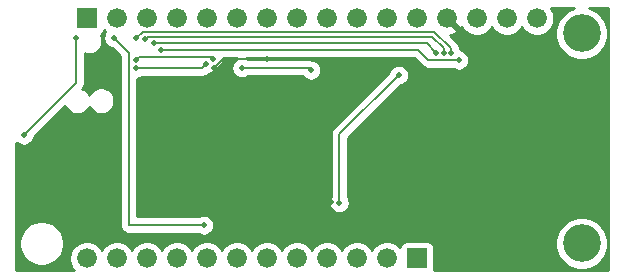
<source format=gbl>
G04 #@! TF.GenerationSoftware,KiCad,Pcbnew,(5.1.6)-1*
G04 #@! TF.CreationDate,2021-04-28T16:07:40-06:00*
G04 #@! TF.ProjectId,oasis_iot,6f617369-735f-4696-9f74-2e6b69636164,rev?*
G04 #@! TF.SameCoordinates,Original*
G04 #@! TF.FileFunction,Copper,L2,Bot*
G04 #@! TF.FilePolarity,Positive*
%FSLAX46Y46*%
G04 Gerber Fmt 4.6, Leading zero omitted, Abs format (unit mm)*
G04 Created by KiCad (PCBNEW (5.1.6)-1) date 2021-04-28 16:07:40*
%MOMM*%
%LPD*%
G01*
G04 APERTURE LIST*
G04 #@! TA.AperFunction,ComponentPad*
%ADD10C,1.676400*%
G04 #@! TD*
G04 #@! TA.AperFunction,ComponentPad*
%ADD11R,1.676400X1.676400*%
G04 #@! TD*
G04 #@! TA.AperFunction,ComponentPad*
%ADD12C,3.200000*%
G04 #@! TD*
G04 #@! TA.AperFunction,ViaPad*
%ADD13C,0.500000*%
G04 #@! TD*
G04 #@! TA.AperFunction,Conductor*
%ADD14C,0.200000*%
G04 #@! TD*
G04 #@! TA.AperFunction,Conductor*
%ADD15C,0.254000*%
G04 #@! TD*
G04 APERTURE END LIST*
D10*
X69490001Y-66315001D03*
X66950001Y-66315001D03*
X72030001Y-66315001D03*
X74570001Y-66315001D03*
X77110001Y-66315001D03*
X64410001Y-66315001D03*
X59330001Y-66315001D03*
X61870001Y-66315001D03*
X79650001Y-66315001D03*
X82190001Y-66315001D03*
X84730001Y-66315001D03*
X56790001Y-66315001D03*
X51710001Y-66315001D03*
X54250001Y-66315001D03*
D11*
X49170001Y-66315001D03*
D10*
X87270001Y-66315001D03*
D12*
X91080001Y-67585001D03*
X91080001Y-85365001D03*
D10*
X66950001Y-86635001D03*
X64410001Y-86635001D03*
X61870001Y-86635001D03*
X59330001Y-86635001D03*
X56790001Y-86635001D03*
X54250001Y-86635001D03*
X51710001Y-86635001D03*
X69490001Y-86635001D03*
X72030001Y-86635001D03*
X74570001Y-86635001D03*
D11*
X77110001Y-86635001D03*
D10*
X49170001Y-86635001D03*
D13*
X54078911Y-68042110D03*
X79375000Y-69215000D03*
X55440642Y-68960988D03*
X80645000Y-69850006D03*
X54893637Y-68410988D03*
X78740000Y-69215000D03*
X60325024Y-83185000D03*
X62793591Y-83113591D03*
X64839220Y-84472088D03*
X69850000Y-81834979D03*
X69215000Y-78740000D03*
X59936054Y-70485000D03*
X75565000Y-69850000D03*
X64439210Y-69762566D03*
X53340000Y-68003202D03*
X80010000Y-69215000D03*
X70544509Y-81922499D03*
X75565000Y-71120000D03*
X43815000Y-76200000D03*
X48260000Y-67945000D03*
X62276863Y-70485000D03*
X68152817Y-70692817D03*
X53340017Y-70550011D03*
X59289996Y-70191581D03*
X53340000Y-69850000D03*
X59822325Y-69737002D03*
X59055000Y-83820000D03*
X51435000Y-67945000D03*
D14*
X54260033Y-67860988D02*
X57234012Y-67860988D01*
X56180545Y-67860988D02*
X57234012Y-67860988D01*
X54078911Y-68042110D02*
X54260033Y-67860988D01*
X78374541Y-67860988D02*
X77554012Y-67860988D01*
X79375000Y-69215000D02*
X79375000Y-68861447D01*
X79375000Y-68861447D02*
X78374541Y-67860988D01*
X77554012Y-67860988D02*
X78160981Y-67860988D01*
X59605988Y-67860988D02*
X62314012Y-67860988D01*
X62314012Y-67860988D02*
X77554012Y-67860988D01*
X59605988Y-67860988D02*
X59718424Y-67860988D01*
X61767982Y-67860988D02*
X62314012Y-67860988D01*
X57234012Y-67860988D02*
X59605988Y-67860988D01*
X55543063Y-68858567D02*
X55440642Y-68960988D01*
X55440642Y-68960988D02*
X59687024Y-68960988D01*
X59687024Y-68960988D02*
X61975988Y-68960988D01*
X61799382Y-68960988D02*
X61975988Y-68960988D01*
X65150988Y-68960988D02*
X66420988Y-68960988D01*
X61975988Y-68960988D02*
X65150988Y-68960988D01*
X65320002Y-68960988D02*
X66420988Y-68960988D01*
X72880690Y-68960988D02*
X73279012Y-68960988D01*
X78095018Y-69850006D02*
X80645000Y-69850006D01*
X77205980Y-68960988D02*
X77470000Y-69225008D01*
X77470000Y-69225008D02*
X77470000Y-69246969D01*
X77491981Y-69246969D02*
X78095018Y-69850006D01*
X73279012Y-68960988D02*
X77205980Y-68960988D01*
X77470000Y-69246969D02*
X77491981Y-69246969D01*
X66420988Y-68960988D02*
X71374012Y-68960988D01*
X71374012Y-68960988D02*
X73279012Y-68960988D01*
X76369012Y-68410988D02*
X77648488Y-68410988D01*
X76369012Y-68410988D02*
X77591721Y-68410988D01*
X78740000Y-69215000D02*
X77935988Y-68410988D01*
X77935988Y-68410988D02*
X75734012Y-68410988D01*
X75734012Y-68410988D02*
X76369012Y-68410988D01*
X59520988Y-68410988D02*
X62399012Y-68410988D01*
X61783682Y-68410988D02*
X62399012Y-68410988D01*
X59520988Y-68410988D02*
X59702724Y-68410988D01*
X54893637Y-68410988D02*
X59520988Y-68410988D01*
X62399012Y-68410988D02*
X66209012Y-68410988D01*
X65345692Y-68410988D02*
X66209012Y-68410988D01*
X66209012Y-68410988D02*
X75734012Y-68410988D01*
X60325024Y-83185000D02*
X62722182Y-83185000D01*
X62722182Y-83185000D02*
X62793591Y-83113591D01*
X63480723Y-83113591D02*
X64839220Y-84472088D01*
X62793591Y-83113591D02*
X63480723Y-83113591D01*
X69850000Y-81834979D02*
X69215000Y-81199979D01*
X69215000Y-81199979D02*
X69215000Y-78740000D01*
X64526644Y-69850000D02*
X64439210Y-69762566D01*
X60658488Y-69762566D02*
X64439210Y-69762566D01*
X59936054Y-70485000D02*
X60658488Y-69762566D01*
D15*
X64439210Y-69762566D02*
X75477566Y-69762566D01*
X75477566Y-69762566D02*
X75565000Y-69850000D01*
D14*
X80010000Y-68861447D02*
X80010000Y-69215000D01*
X78601755Y-67453202D02*
X80010000Y-68861447D01*
X62416338Y-67453202D02*
X63643202Y-67453202D01*
X53890000Y-67453202D02*
X62416338Y-67453202D01*
X53340000Y-68003202D02*
X53890000Y-67453202D01*
X63151404Y-67453202D02*
X63643202Y-67453202D01*
X63643202Y-67453202D02*
X78601755Y-67453202D01*
X70544509Y-81922499D02*
X70544509Y-76140491D01*
X70544509Y-76140491D02*
X75565000Y-71120000D01*
X43815000Y-76200000D02*
X48260000Y-71755000D01*
X48260000Y-71755000D02*
X48260000Y-67945000D01*
X67945000Y-70485000D02*
X68152817Y-70692817D01*
X62276863Y-70485000D02*
X67945000Y-70485000D01*
X53340017Y-70550011D02*
X58931566Y-70550011D01*
X58931566Y-70550011D02*
X59289996Y-70191581D01*
X53340000Y-69850000D02*
X53589999Y-69600001D01*
X53589999Y-69600001D02*
X59685324Y-69600001D01*
X59685324Y-69600001D02*
X59822325Y-69737002D01*
X59055000Y-83820000D02*
X52705000Y-83820000D01*
X52705000Y-83820000D02*
X52705000Y-69215000D01*
X52705000Y-69215000D02*
X51435000Y-67945000D01*
D15*
G36*
X90428076Y-65435891D02*
G01*
X90021332Y-65604370D01*
X89655272Y-65848963D01*
X89343963Y-66160272D01*
X89099370Y-66526332D01*
X88930891Y-66933076D01*
X88845001Y-67364873D01*
X88845001Y-67805129D01*
X88930891Y-68236926D01*
X89099370Y-68643670D01*
X89343963Y-69009730D01*
X89655272Y-69321039D01*
X90021332Y-69565632D01*
X90428076Y-69734111D01*
X90859873Y-69820001D01*
X91300129Y-69820001D01*
X91731926Y-69734111D01*
X92138670Y-69565632D01*
X92504730Y-69321039D01*
X92816039Y-69009730D01*
X93060632Y-68643670D01*
X93229111Y-68236926D01*
X93315001Y-67805129D01*
X93315001Y-67364873D01*
X93229111Y-66933076D01*
X93060632Y-66526332D01*
X92816039Y-66160272D01*
X92504730Y-65848963D01*
X92138670Y-65604370D01*
X91731926Y-65435891D01*
X91702310Y-65430000D01*
X93320001Y-65430000D01*
X93320000Y-87605000D01*
X78571793Y-87605000D01*
X78574013Y-87597683D01*
X78586273Y-87473201D01*
X78586273Y-85796801D01*
X78574013Y-85672319D01*
X78537703Y-85552621D01*
X78478738Y-85442307D01*
X78399386Y-85345616D01*
X78302695Y-85266264D01*
X78192381Y-85207299D01*
X78072683Y-85170989D01*
X77948201Y-85158729D01*
X76271801Y-85158729D01*
X76147319Y-85170989D01*
X76027621Y-85207299D01*
X75917307Y-85266264D01*
X75820616Y-85345616D01*
X75741264Y-85442307D01*
X75682299Y-85552621D01*
X75656404Y-85637985D01*
X75509111Y-85490692D01*
X75267823Y-85329468D01*
X74999718Y-85218415D01*
X74715099Y-85161801D01*
X74424903Y-85161801D01*
X74140284Y-85218415D01*
X73872179Y-85329468D01*
X73630891Y-85490692D01*
X73425692Y-85695891D01*
X73300001Y-85884000D01*
X73174310Y-85695891D01*
X72969111Y-85490692D01*
X72727823Y-85329468D01*
X72459718Y-85218415D01*
X72175099Y-85161801D01*
X71884903Y-85161801D01*
X71600284Y-85218415D01*
X71332179Y-85329468D01*
X71090891Y-85490692D01*
X70885692Y-85695891D01*
X70760001Y-85884000D01*
X70634310Y-85695891D01*
X70429111Y-85490692D01*
X70187823Y-85329468D01*
X69919718Y-85218415D01*
X69635099Y-85161801D01*
X69344903Y-85161801D01*
X69060284Y-85218415D01*
X68792179Y-85329468D01*
X68550891Y-85490692D01*
X68345692Y-85695891D01*
X68220001Y-85884000D01*
X68094310Y-85695891D01*
X67889111Y-85490692D01*
X67647823Y-85329468D01*
X67379718Y-85218415D01*
X67095099Y-85161801D01*
X66804903Y-85161801D01*
X66520284Y-85218415D01*
X66252179Y-85329468D01*
X66010891Y-85490692D01*
X65805692Y-85695891D01*
X65680001Y-85884000D01*
X65554310Y-85695891D01*
X65349111Y-85490692D01*
X65107823Y-85329468D01*
X64839718Y-85218415D01*
X64555099Y-85161801D01*
X64264903Y-85161801D01*
X63980284Y-85218415D01*
X63712179Y-85329468D01*
X63470891Y-85490692D01*
X63265692Y-85695891D01*
X63140001Y-85884000D01*
X63014310Y-85695891D01*
X62809111Y-85490692D01*
X62567823Y-85329468D01*
X62299718Y-85218415D01*
X62015099Y-85161801D01*
X61724903Y-85161801D01*
X61440284Y-85218415D01*
X61172179Y-85329468D01*
X60930891Y-85490692D01*
X60725692Y-85695891D01*
X60600001Y-85884000D01*
X60474310Y-85695891D01*
X60269111Y-85490692D01*
X60027823Y-85329468D01*
X59759718Y-85218415D01*
X59475099Y-85161801D01*
X59184903Y-85161801D01*
X58900284Y-85218415D01*
X58632179Y-85329468D01*
X58390891Y-85490692D01*
X58185692Y-85695891D01*
X58060001Y-85884000D01*
X57934310Y-85695891D01*
X57729111Y-85490692D01*
X57487823Y-85329468D01*
X57219718Y-85218415D01*
X56935099Y-85161801D01*
X56644903Y-85161801D01*
X56360284Y-85218415D01*
X56092179Y-85329468D01*
X55850891Y-85490692D01*
X55645692Y-85695891D01*
X55520001Y-85884000D01*
X55394310Y-85695891D01*
X55189111Y-85490692D01*
X54947823Y-85329468D01*
X54679718Y-85218415D01*
X54395099Y-85161801D01*
X54104903Y-85161801D01*
X53820284Y-85218415D01*
X53552179Y-85329468D01*
X53310891Y-85490692D01*
X53105692Y-85695891D01*
X52980001Y-85884000D01*
X52854310Y-85695891D01*
X52649111Y-85490692D01*
X52407823Y-85329468D01*
X52139718Y-85218415D01*
X51855099Y-85161801D01*
X51564903Y-85161801D01*
X51280284Y-85218415D01*
X51012179Y-85329468D01*
X50770891Y-85490692D01*
X50565692Y-85695891D01*
X50440001Y-85884000D01*
X50314310Y-85695891D01*
X50109111Y-85490692D01*
X49867823Y-85329468D01*
X49599718Y-85218415D01*
X49315099Y-85161801D01*
X49024903Y-85161801D01*
X48740284Y-85218415D01*
X48472179Y-85329468D01*
X48230891Y-85490692D01*
X48025692Y-85695891D01*
X47864468Y-85937179D01*
X47753415Y-86205284D01*
X47696801Y-86489903D01*
X47696801Y-86780099D01*
X47753415Y-87064718D01*
X47864468Y-87332823D01*
X48025692Y-87574111D01*
X48056581Y-87605000D01*
X43205000Y-87605000D01*
X43205000Y-85177375D01*
X43455001Y-85177375D01*
X43455001Y-85552627D01*
X43528210Y-85920669D01*
X43671812Y-86267357D01*
X43880291Y-86579367D01*
X44145635Y-86844711D01*
X44457645Y-87053190D01*
X44804333Y-87196792D01*
X45172375Y-87270001D01*
X45547627Y-87270001D01*
X45915669Y-87196792D01*
X46262357Y-87053190D01*
X46574367Y-86844711D01*
X46839711Y-86579367D01*
X47048190Y-86267357D01*
X47191792Y-85920669D01*
X47265001Y-85552627D01*
X47265001Y-85177375D01*
X47258536Y-85144873D01*
X88845001Y-85144873D01*
X88845001Y-85585129D01*
X88930891Y-86016926D01*
X89099370Y-86423670D01*
X89343963Y-86789730D01*
X89655272Y-87101039D01*
X90021332Y-87345632D01*
X90428076Y-87514111D01*
X90859873Y-87600001D01*
X91300129Y-87600001D01*
X91731926Y-87514111D01*
X92138670Y-87345632D01*
X92504730Y-87101039D01*
X92816039Y-86789730D01*
X93060632Y-86423670D01*
X93229111Y-86016926D01*
X93315001Y-85585129D01*
X93315001Y-85144873D01*
X93229111Y-84713076D01*
X93060632Y-84306332D01*
X92816039Y-83940272D01*
X92504730Y-83628963D01*
X92138670Y-83384370D01*
X91731926Y-83215891D01*
X91300129Y-83130001D01*
X90859873Y-83130001D01*
X90428076Y-83215891D01*
X90021332Y-83384370D01*
X89655272Y-83628963D01*
X89343963Y-83940272D01*
X89099370Y-84306332D01*
X88930891Y-84713076D01*
X88845001Y-85144873D01*
X47258536Y-85144873D01*
X47191792Y-84809333D01*
X47048190Y-84462645D01*
X46839711Y-84150635D01*
X46574367Y-83885291D01*
X46262357Y-83676812D01*
X45915669Y-83533210D01*
X45547627Y-83460001D01*
X45172375Y-83460001D01*
X44804333Y-83533210D01*
X44457645Y-83676812D01*
X44145635Y-83885291D01*
X43880291Y-84150635D01*
X43671812Y-84462645D01*
X43528210Y-84809333D01*
X43455001Y-85177375D01*
X43205000Y-85177375D01*
X43205000Y-76841579D01*
X43250845Y-76887424D01*
X43395795Y-76984277D01*
X43556855Y-77050990D01*
X43727835Y-77085000D01*
X43902165Y-77085000D01*
X44073145Y-77050990D01*
X44234205Y-76984277D01*
X44379155Y-76887424D01*
X44502424Y-76764155D01*
X44599277Y-76619205D01*
X44665990Y-76458145D01*
X44683294Y-76371152D01*
X47311972Y-73742474D01*
X47347064Y-73827193D01*
X47470783Y-74012352D01*
X47628248Y-74169817D01*
X47813407Y-74293536D01*
X48019145Y-74378756D01*
X48237555Y-74422200D01*
X48460245Y-74422200D01*
X48678655Y-74378756D01*
X48884393Y-74293536D01*
X49069552Y-74169817D01*
X49227017Y-74012352D01*
X49350736Y-73827193D01*
X49364900Y-73792998D01*
X49379064Y-73827193D01*
X49502783Y-74012352D01*
X49660248Y-74169817D01*
X49845407Y-74293536D01*
X50051145Y-74378756D01*
X50269555Y-74422200D01*
X50492245Y-74422200D01*
X50710655Y-74378756D01*
X50916393Y-74293536D01*
X51101552Y-74169817D01*
X51259017Y-74012352D01*
X51382736Y-73827193D01*
X51467956Y-73621455D01*
X51511400Y-73403045D01*
X51511400Y-73180355D01*
X51467956Y-72961945D01*
X51382736Y-72756207D01*
X51259017Y-72571048D01*
X51101552Y-72413583D01*
X50916393Y-72289864D01*
X50710655Y-72204644D01*
X50492245Y-72161200D01*
X50269555Y-72161200D01*
X50051145Y-72204644D01*
X49845407Y-72289864D01*
X49660248Y-72413583D01*
X49502783Y-72571048D01*
X49379064Y-72756207D01*
X49364900Y-72790402D01*
X49350736Y-72756207D01*
X49227017Y-72571048D01*
X49069552Y-72413583D01*
X48884393Y-72289864D01*
X48800421Y-72255081D01*
X48805250Y-72249197D01*
X48805253Y-72249194D01*
X48874086Y-72165321D01*
X48874087Y-72165320D01*
X48942337Y-72037633D01*
X48984365Y-71899085D01*
X48995000Y-71791105D01*
X48995000Y-71791096D01*
X48998555Y-71755001D01*
X48995000Y-71718906D01*
X48995000Y-69282127D01*
X49035145Y-69298756D01*
X49253555Y-69342200D01*
X49476245Y-69342200D01*
X49694655Y-69298756D01*
X49900393Y-69213536D01*
X50085552Y-69089817D01*
X50243017Y-68932352D01*
X50366736Y-68747193D01*
X50451956Y-68541455D01*
X50495400Y-68323045D01*
X50495400Y-68100355D01*
X50451956Y-67881945D01*
X50368039Y-67679352D01*
X50459386Y-67604386D01*
X50538738Y-67507695D01*
X50597703Y-67397381D01*
X50623598Y-67312017D01*
X50725486Y-67413905D01*
X50650723Y-67525795D01*
X50584010Y-67686855D01*
X50550000Y-67857835D01*
X50550000Y-68032165D01*
X50584010Y-68203145D01*
X50650723Y-68364205D01*
X50747576Y-68509155D01*
X50870845Y-68632424D01*
X51015795Y-68729277D01*
X51176855Y-68795990D01*
X51263848Y-68813294D01*
X51970001Y-69519448D01*
X51970000Y-83783895D01*
X51966444Y-83820000D01*
X51980635Y-83964085D01*
X52022663Y-84102633D01*
X52090913Y-84230320D01*
X52182762Y-84342238D01*
X52294680Y-84434087D01*
X52422367Y-84502337D01*
X52560915Y-84544365D01*
X52705000Y-84558556D01*
X52741105Y-84555000D01*
X58562047Y-84555000D01*
X58635795Y-84604277D01*
X58796855Y-84670990D01*
X58967835Y-84705000D01*
X59142165Y-84705000D01*
X59313145Y-84670990D01*
X59474205Y-84604277D01*
X59619155Y-84507424D01*
X59742424Y-84384155D01*
X59839277Y-84239205D01*
X59905990Y-84078145D01*
X59940000Y-83907165D01*
X59940000Y-83732835D01*
X59905990Y-83561855D01*
X59839277Y-83400795D01*
X59742424Y-83255845D01*
X59619155Y-83132576D01*
X59474205Y-83035723D01*
X59313145Y-82969010D01*
X59142165Y-82935000D01*
X58967835Y-82935000D01*
X58796855Y-82969010D01*
X58635795Y-83035723D01*
X58562047Y-83085000D01*
X53440000Y-83085000D01*
X53440000Y-81835334D01*
X69659509Y-81835334D01*
X69659509Y-82009664D01*
X69693519Y-82180644D01*
X69760232Y-82341704D01*
X69857085Y-82486654D01*
X69980354Y-82609923D01*
X70125304Y-82706776D01*
X70286364Y-82773489D01*
X70457344Y-82807499D01*
X70631674Y-82807499D01*
X70802654Y-82773489D01*
X70963714Y-82706776D01*
X71108664Y-82609923D01*
X71231933Y-82486654D01*
X71328786Y-82341704D01*
X71395499Y-82180644D01*
X71429509Y-82009664D01*
X71429509Y-81835334D01*
X71395499Y-81664354D01*
X71328786Y-81503294D01*
X71279509Y-81429546D01*
X71279509Y-76444937D01*
X75736153Y-71988294D01*
X75823145Y-71970990D01*
X75984205Y-71904277D01*
X76129155Y-71807424D01*
X76252424Y-71684155D01*
X76349277Y-71539205D01*
X76415990Y-71378145D01*
X76450000Y-71207165D01*
X76450000Y-71032835D01*
X76415990Y-70861855D01*
X76349277Y-70700795D01*
X76252424Y-70555845D01*
X76129155Y-70432576D01*
X75984205Y-70335723D01*
X75823145Y-70269010D01*
X75652165Y-70235000D01*
X75477835Y-70235000D01*
X75306855Y-70269010D01*
X75145795Y-70335723D01*
X75000845Y-70432576D01*
X74877576Y-70555845D01*
X74780723Y-70700795D01*
X74714010Y-70861855D01*
X74696706Y-70948847D01*
X70050317Y-75595237D01*
X70022272Y-75618253D01*
X69930423Y-75730171D01*
X69862173Y-75857858D01*
X69820144Y-75996406D01*
X69805953Y-76140491D01*
X69809510Y-76176606D01*
X69809509Y-81429546D01*
X69760232Y-81503294D01*
X69693519Y-81664354D01*
X69659509Y-81835334D01*
X53440000Y-81835334D01*
X53440000Y-71432461D01*
X53598162Y-71401001D01*
X53759222Y-71334288D01*
X53832970Y-71285011D01*
X58895461Y-71285011D01*
X58931566Y-71288567D01*
X58967671Y-71285011D01*
X59075651Y-71274376D01*
X59214199Y-71232348D01*
X59341886Y-71164098D01*
X59453804Y-71072249D01*
X59464508Y-71059207D01*
X59548141Y-71042571D01*
X59709201Y-70975858D01*
X59854151Y-70879005D01*
X59977420Y-70755736D01*
X60074273Y-70610786D01*
X60084387Y-70586370D01*
X60241530Y-70521279D01*
X60386480Y-70424426D01*
X60509749Y-70301157D01*
X60606602Y-70156207D01*
X60673315Y-69995147D01*
X60707325Y-69824167D01*
X60707325Y-69695988D01*
X61869089Y-69695988D01*
X61857658Y-69700723D01*
X61712708Y-69797576D01*
X61589439Y-69920845D01*
X61492586Y-70065795D01*
X61425873Y-70226855D01*
X61391863Y-70397835D01*
X61391863Y-70572165D01*
X61425873Y-70743145D01*
X61492586Y-70904205D01*
X61589439Y-71049155D01*
X61712708Y-71172424D01*
X61857658Y-71269277D01*
X62018718Y-71335990D01*
X62189698Y-71370000D01*
X62364028Y-71370000D01*
X62535008Y-71335990D01*
X62696068Y-71269277D01*
X62769816Y-71220000D01*
X67440689Y-71220000D01*
X67465393Y-71256972D01*
X67588662Y-71380241D01*
X67733612Y-71477094D01*
X67894672Y-71543807D01*
X68065652Y-71577817D01*
X68239982Y-71577817D01*
X68410962Y-71543807D01*
X68572022Y-71477094D01*
X68716972Y-71380241D01*
X68840241Y-71256972D01*
X68937094Y-71112022D01*
X69003807Y-70950962D01*
X69037817Y-70779982D01*
X69037817Y-70605652D01*
X69003807Y-70434672D01*
X68937094Y-70273612D01*
X68840241Y-70128662D01*
X68716972Y-70005393D01*
X68572022Y-69908540D01*
X68410962Y-69841827D01*
X68239982Y-69807817D01*
X68237275Y-69807817D01*
X68227633Y-69802663D01*
X68089085Y-69760635D01*
X67981105Y-69750000D01*
X67945000Y-69746444D01*
X67908895Y-69750000D01*
X62769816Y-69750000D01*
X62696068Y-69700723D01*
X62684637Y-69695988D01*
X76887673Y-69695988D01*
X76947762Y-69769207D01*
X77059680Y-69861056D01*
X77074593Y-69869027D01*
X77549764Y-70344199D01*
X77572780Y-70372244D01*
X77684698Y-70464093D01*
X77812385Y-70532343D01*
X77889861Y-70555845D01*
X77950932Y-70574371D01*
X77965150Y-70575771D01*
X78058913Y-70585006D01*
X78058920Y-70585006D01*
X78095017Y-70588561D01*
X78131114Y-70585006D01*
X80152047Y-70585006D01*
X80225795Y-70634283D01*
X80386855Y-70700996D01*
X80557835Y-70735006D01*
X80732165Y-70735006D01*
X80903145Y-70700996D01*
X81064205Y-70634283D01*
X81209155Y-70537430D01*
X81332424Y-70414161D01*
X81429277Y-70269211D01*
X81495990Y-70108151D01*
X81530000Y-69937171D01*
X81530000Y-69762841D01*
X81495990Y-69591861D01*
X81429277Y-69430801D01*
X81332424Y-69285851D01*
X81209155Y-69162582D01*
X81064205Y-69065729D01*
X80903145Y-68999016D01*
X80867985Y-68992022D01*
X80860990Y-68956855D01*
X80794277Y-68795795D01*
X80728125Y-68696793D01*
X80692337Y-68578814D01*
X80624087Y-68451127D01*
X80591145Y-68410988D01*
X80555253Y-68367253D01*
X80555250Y-68367250D01*
X80532237Y-68339209D01*
X80504197Y-68316197D01*
X79948285Y-67760285D01*
X80006158Y-67751846D01*
X80279629Y-67654755D01*
X80414163Y-67582845D01*
X80490371Y-67334976D01*
X79650001Y-66494606D01*
X79635859Y-66508749D01*
X79456254Y-66329144D01*
X79470396Y-66315001D01*
X79456254Y-66300859D01*
X79635859Y-66121254D01*
X79650001Y-66135396D01*
X79664144Y-66121254D01*
X79843749Y-66300859D01*
X79829606Y-66315001D01*
X80669976Y-67155371D01*
X80917845Y-67079163D01*
X80922400Y-67069593D01*
X81045692Y-67254111D01*
X81250891Y-67459310D01*
X81492179Y-67620534D01*
X81760284Y-67731587D01*
X82044903Y-67788201D01*
X82335099Y-67788201D01*
X82619718Y-67731587D01*
X82887823Y-67620534D01*
X83129111Y-67459310D01*
X83334310Y-67254111D01*
X83460001Y-67066002D01*
X83585692Y-67254111D01*
X83790891Y-67459310D01*
X84032179Y-67620534D01*
X84300284Y-67731587D01*
X84584903Y-67788201D01*
X84875099Y-67788201D01*
X85159718Y-67731587D01*
X85427823Y-67620534D01*
X85669111Y-67459310D01*
X85874310Y-67254111D01*
X86000001Y-67066002D01*
X86125692Y-67254111D01*
X86330891Y-67459310D01*
X86572179Y-67620534D01*
X86840284Y-67731587D01*
X87124903Y-67788201D01*
X87415099Y-67788201D01*
X87699718Y-67731587D01*
X87967823Y-67620534D01*
X88209111Y-67459310D01*
X88414310Y-67254111D01*
X88575534Y-67012823D01*
X88686587Y-66744718D01*
X88743201Y-66460099D01*
X88743201Y-66169903D01*
X88686587Y-65885284D01*
X88575534Y-65617179D01*
X88450465Y-65430000D01*
X90457692Y-65430000D01*
X90428076Y-65435891D01*
G37*
X90428076Y-65435891D02*
X90021332Y-65604370D01*
X89655272Y-65848963D01*
X89343963Y-66160272D01*
X89099370Y-66526332D01*
X88930891Y-66933076D01*
X88845001Y-67364873D01*
X88845001Y-67805129D01*
X88930891Y-68236926D01*
X89099370Y-68643670D01*
X89343963Y-69009730D01*
X89655272Y-69321039D01*
X90021332Y-69565632D01*
X90428076Y-69734111D01*
X90859873Y-69820001D01*
X91300129Y-69820001D01*
X91731926Y-69734111D01*
X92138670Y-69565632D01*
X92504730Y-69321039D01*
X92816039Y-69009730D01*
X93060632Y-68643670D01*
X93229111Y-68236926D01*
X93315001Y-67805129D01*
X93315001Y-67364873D01*
X93229111Y-66933076D01*
X93060632Y-66526332D01*
X92816039Y-66160272D01*
X92504730Y-65848963D01*
X92138670Y-65604370D01*
X91731926Y-65435891D01*
X91702310Y-65430000D01*
X93320001Y-65430000D01*
X93320000Y-87605000D01*
X78571793Y-87605000D01*
X78574013Y-87597683D01*
X78586273Y-87473201D01*
X78586273Y-85796801D01*
X78574013Y-85672319D01*
X78537703Y-85552621D01*
X78478738Y-85442307D01*
X78399386Y-85345616D01*
X78302695Y-85266264D01*
X78192381Y-85207299D01*
X78072683Y-85170989D01*
X77948201Y-85158729D01*
X76271801Y-85158729D01*
X76147319Y-85170989D01*
X76027621Y-85207299D01*
X75917307Y-85266264D01*
X75820616Y-85345616D01*
X75741264Y-85442307D01*
X75682299Y-85552621D01*
X75656404Y-85637985D01*
X75509111Y-85490692D01*
X75267823Y-85329468D01*
X74999718Y-85218415D01*
X74715099Y-85161801D01*
X74424903Y-85161801D01*
X74140284Y-85218415D01*
X73872179Y-85329468D01*
X73630891Y-85490692D01*
X73425692Y-85695891D01*
X73300001Y-85884000D01*
X73174310Y-85695891D01*
X72969111Y-85490692D01*
X72727823Y-85329468D01*
X72459718Y-85218415D01*
X72175099Y-85161801D01*
X71884903Y-85161801D01*
X71600284Y-85218415D01*
X71332179Y-85329468D01*
X71090891Y-85490692D01*
X70885692Y-85695891D01*
X70760001Y-85884000D01*
X70634310Y-85695891D01*
X70429111Y-85490692D01*
X70187823Y-85329468D01*
X69919718Y-85218415D01*
X69635099Y-85161801D01*
X69344903Y-85161801D01*
X69060284Y-85218415D01*
X68792179Y-85329468D01*
X68550891Y-85490692D01*
X68345692Y-85695891D01*
X68220001Y-85884000D01*
X68094310Y-85695891D01*
X67889111Y-85490692D01*
X67647823Y-85329468D01*
X67379718Y-85218415D01*
X67095099Y-85161801D01*
X66804903Y-85161801D01*
X66520284Y-85218415D01*
X66252179Y-85329468D01*
X66010891Y-85490692D01*
X65805692Y-85695891D01*
X65680001Y-85884000D01*
X65554310Y-85695891D01*
X65349111Y-85490692D01*
X65107823Y-85329468D01*
X64839718Y-85218415D01*
X64555099Y-85161801D01*
X64264903Y-85161801D01*
X63980284Y-85218415D01*
X63712179Y-85329468D01*
X63470891Y-85490692D01*
X63265692Y-85695891D01*
X63140001Y-85884000D01*
X63014310Y-85695891D01*
X62809111Y-85490692D01*
X62567823Y-85329468D01*
X62299718Y-85218415D01*
X62015099Y-85161801D01*
X61724903Y-85161801D01*
X61440284Y-85218415D01*
X61172179Y-85329468D01*
X60930891Y-85490692D01*
X60725692Y-85695891D01*
X60600001Y-85884000D01*
X60474310Y-85695891D01*
X60269111Y-85490692D01*
X60027823Y-85329468D01*
X59759718Y-85218415D01*
X59475099Y-85161801D01*
X59184903Y-85161801D01*
X58900284Y-85218415D01*
X58632179Y-85329468D01*
X58390891Y-85490692D01*
X58185692Y-85695891D01*
X58060001Y-85884000D01*
X57934310Y-85695891D01*
X57729111Y-85490692D01*
X57487823Y-85329468D01*
X57219718Y-85218415D01*
X56935099Y-85161801D01*
X56644903Y-85161801D01*
X56360284Y-85218415D01*
X56092179Y-85329468D01*
X55850891Y-85490692D01*
X55645692Y-85695891D01*
X55520001Y-85884000D01*
X55394310Y-85695891D01*
X55189111Y-85490692D01*
X54947823Y-85329468D01*
X54679718Y-85218415D01*
X54395099Y-85161801D01*
X54104903Y-85161801D01*
X53820284Y-85218415D01*
X53552179Y-85329468D01*
X53310891Y-85490692D01*
X53105692Y-85695891D01*
X52980001Y-85884000D01*
X52854310Y-85695891D01*
X52649111Y-85490692D01*
X52407823Y-85329468D01*
X52139718Y-85218415D01*
X51855099Y-85161801D01*
X51564903Y-85161801D01*
X51280284Y-85218415D01*
X51012179Y-85329468D01*
X50770891Y-85490692D01*
X50565692Y-85695891D01*
X50440001Y-85884000D01*
X50314310Y-85695891D01*
X50109111Y-85490692D01*
X49867823Y-85329468D01*
X49599718Y-85218415D01*
X49315099Y-85161801D01*
X49024903Y-85161801D01*
X48740284Y-85218415D01*
X48472179Y-85329468D01*
X48230891Y-85490692D01*
X48025692Y-85695891D01*
X47864468Y-85937179D01*
X47753415Y-86205284D01*
X47696801Y-86489903D01*
X47696801Y-86780099D01*
X47753415Y-87064718D01*
X47864468Y-87332823D01*
X48025692Y-87574111D01*
X48056581Y-87605000D01*
X43205000Y-87605000D01*
X43205000Y-85177375D01*
X43455001Y-85177375D01*
X43455001Y-85552627D01*
X43528210Y-85920669D01*
X43671812Y-86267357D01*
X43880291Y-86579367D01*
X44145635Y-86844711D01*
X44457645Y-87053190D01*
X44804333Y-87196792D01*
X45172375Y-87270001D01*
X45547627Y-87270001D01*
X45915669Y-87196792D01*
X46262357Y-87053190D01*
X46574367Y-86844711D01*
X46839711Y-86579367D01*
X47048190Y-86267357D01*
X47191792Y-85920669D01*
X47265001Y-85552627D01*
X47265001Y-85177375D01*
X47258536Y-85144873D01*
X88845001Y-85144873D01*
X88845001Y-85585129D01*
X88930891Y-86016926D01*
X89099370Y-86423670D01*
X89343963Y-86789730D01*
X89655272Y-87101039D01*
X90021332Y-87345632D01*
X90428076Y-87514111D01*
X90859873Y-87600001D01*
X91300129Y-87600001D01*
X91731926Y-87514111D01*
X92138670Y-87345632D01*
X92504730Y-87101039D01*
X92816039Y-86789730D01*
X93060632Y-86423670D01*
X93229111Y-86016926D01*
X93315001Y-85585129D01*
X93315001Y-85144873D01*
X93229111Y-84713076D01*
X93060632Y-84306332D01*
X92816039Y-83940272D01*
X92504730Y-83628963D01*
X92138670Y-83384370D01*
X91731926Y-83215891D01*
X91300129Y-83130001D01*
X90859873Y-83130001D01*
X90428076Y-83215891D01*
X90021332Y-83384370D01*
X89655272Y-83628963D01*
X89343963Y-83940272D01*
X89099370Y-84306332D01*
X88930891Y-84713076D01*
X88845001Y-85144873D01*
X47258536Y-85144873D01*
X47191792Y-84809333D01*
X47048190Y-84462645D01*
X46839711Y-84150635D01*
X46574367Y-83885291D01*
X46262357Y-83676812D01*
X45915669Y-83533210D01*
X45547627Y-83460001D01*
X45172375Y-83460001D01*
X44804333Y-83533210D01*
X44457645Y-83676812D01*
X44145635Y-83885291D01*
X43880291Y-84150635D01*
X43671812Y-84462645D01*
X43528210Y-84809333D01*
X43455001Y-85177375D01*
X43205000Y-85177375D01*
X43205000Y-76841579D01*
X43250845Y-76887424D01*
X43395795Y-76984277D01*
X43556855Y-77050990D01*
X43727835Y-77085000D01*
X43902165Y-77085000D01*
X44073145Y-77050990D01*
X44234205Y-76984277D01*
X44379155Y-76887424D01*
X44502424Y-76764155D01*
X44599277Y-76619205D01*
X44665990Y-76458145D01*
X44683294Y-76371152D01*
X47311972Y-73742474D01*
X47347064Y-73827193D01*
X47470783Y-74012352D01*
X47628248Y-74169817D01*
X47813407Y-74293536D01*
X48019145Y-74378756D01*
X48237555Y-74422200D01*
X48460245Y-74422200D01*
X48678655Y-74378756D01*
X48884393Y-74293536D01*
X49069552Y-74169817D01*
X49227017Y-74012352D01*
X49350736Y-73827193D01*
X49364900Y-73792998D01*
X49379064Y-73827193D01*
X49502783Y-74012352D01*
X49660248Y-74169817D01*
X49845407Y-74293536D01*
X50051145Y-74378756D01*
X50269555Y-74422200D01*
X50492245Y-74422200D01*
X50710655Y-74378756D01*
X50916393Y-74293536D01*
X51101552Y-74169817D01*
X51259017Y-74012352D01*
X51382736Y-73827193D01*
X51467956Y-73621455D01*
X51511400Y-73403045D01*
X51511400Y-73180355D01*
X51467956Y-72961945D01*
X51382736Y-72756207D01*
X51259017Y-72571048D01*
X51101552Y-72413583D01*
X50916393Y-72289864D01*
X50710655Y-72204644D01*
X50492245Y-72161200D01*
X50269555Y-72161200D01*
X50051145Y-72204644D01*
X49845407Y-72289864D01*
X49660248Y-72413583D01*
X49502783Y-72571048D01*
X49379064Y-72756207D01*
X49364900Y-72790402D01*
X49350736Y-72756207D01*
X49227017Y-72571048D01*
X49069552Y-72413583D01*
X48884393Y-72289864D01*
X48800421Y-72255081D01*
X48805250Y-72249197D01*
X48805253Y-72249194D01*
X48874086Y-72165321D01*
X48874087Y-72165320D01*
X48942337Y-72037633D01*
X48984365Y-71899085D01*
X48995000Y-71791105D01*
X48995000Y-71791096D01*
X48998555Y-71755001D01*
X48995000Y-71718906D01*
X48995000Y-69282127D01*
X49035145Y-69298756D01*
X49253555Y-69342200D01*
X49476245Y-69342200D01*
X49694655Y-69298756D01*
X49900393Y-69213536D01*
X50085552Y-69089817D01*
X50243017Y-68932352D01*
X50366736Y-68747193D01*
X50451956Y-68541455D01*
X50495400Y-68323045D01*
X50495400Y-68100355D01*
X50451956Y-67881945D01*
X50368039Y-67679352D01*
X50459386Y-67604386D01*
X50538738Y-67507695D01*
X50597703Y-67397381D01*
X50623598Y-67312017D01*
X50725486Y-67413905D01*
X50650723Y-67525795D01*
X50584010Y-67686855D01*
X50550000Y-67857835D01*
X50550000Y-68032165D01*
X50584010Y-68203145D01*
X50650723Y-68364205D01*
X50747576Y-68509155D01*
X50870845Y-68632424D01*
X51015795Y-68729277D01*
X51176855Y-68795990D01*
X51263848Y-68813294D01*
X51970001Y-69519448D01*
X51970000Y-83783895D01*
X51966444Y-83820000D01*
X51980635Y-83964085D01*
X52022663Y-84102633D01*
X52090913Y-84230320D01*
X52182762Y-84342238D01*
X52294680Y-84434087D01*
X52422367Y-84502337D01*
X52560915Y-84544365D01*
X52705000Y-84558556D01*
X52741105Y-84555000D01*
X58562047Y-84555000D01*
X58635795Y-84604277D01*
X58796855Y-84670990D01*
X58967835Y-84705000D01*
X59142165Y-84705000D01*
X59313145Y-84670990D01*
X59474205Y-84604277D01*
X59619155Y-84507424D01*
X59742424Y-84384155D01*
X59839277Y-84239205D01*
X59905990Y-84078145D01*
X59940000Y-83907165D01*
X59940000Y-83732835D01*
X59905990Y-83561855D01*
X59839277Y-83400795D01*
X59742424Y-83255845D01*
X59619155Y-83132576D01*
X59474205Y-83035723D01*
X59313145Y-82969010D01*
X59142165Y-82935000D01*
X58967835Y-82935000D01*
X58796855Y-82969010D01*
X58635795Y-83035723D01*
X58562047Y-83085000D01*
X53440000Y-83085000D01*
X53440000Y-81835334D01*
X69659509Y-81835334D01*
X69659509Y-82009664D01*
X69693519Y-82180644D01*
X69760232Y-82341704D01*
X69857085Y-82486654D01*
X69980354Y-82609923D01*
X70125304Y-82706776D01*
X70286364Y-82773489D01*
X70457344Y-82807499D01*
X70631674Y-82807499D01*
X70802654Y-82773489D01*
X70963714Y-82706776D01*
X71108664Y-82609923D01*
X71231933Y-82486654D01*
X71328786Y-82341704D01*
X71395499Y-82180644D01*
X71429509Y-82009664D01*
X71429509Y-81835334D01*
X71395499Y-81664354D01*
X71328786Y-81503294D01*
X71279509Y-81429546D01*
X71279509Y-76444937D01*
X75736153Y-71988294D01*
X75823145Y-71970990D01*
X75984205Y-71904277D01*
X76129155Y-71807424D01*
X76252424Y-71684155D01*
X76349277Y-71539205D01*
X76415990Y-71378145D01*
X76450000Y-71207165D01*
X76450000Y-71032835D01*
X76415990Y-70861855D01*
X76349277Y-70700795D01*
X76252424Y-70555845D01*
X76129155Y-70432576D01*
X75984205Y-70335723D01*
X75823145Y-70269010D01*
X75652165Y-70235000D01*
X75477835Y-70235000D01*
X75306855Y-70269010D01*
X75145795Y-70335723D01*
X75000845Y-70432576D01*
X74877576Y-70555845D01*
X74780723Y-70700795D01*
X74714010Y-70861855D01*
X74696706Y-70948847D01*
X70050317Y-75595237D01*
X70022272Y-75618253D01*
X69930423Y-75730171D01*
X69862173Y-75857858D01*
X69820144Y-75996406D01*
X69805953Y-76140491D01*
X69809510Y-76176606D01*
X69809509Y-81429546D01*
X69760232Y-81503294D01*
X69693519Y-81664354D01*
X69659509Y-81835334D01*
X53440000Y-81835334D01*
X53440000Y-71432461D01*
X53598162Y-71401001D01*
X53759222Y-71334288D01*
X53832970Y-71285011D01*
X58895461Y-71285011D01*
X58931566Y-71288567D01*
X58967671Y-71285011D01*
X59075651Y-71274376D01*
X59214199Y-71232348D01*
X59341886Y-71164098D01*
X59453804Y-71072249D01*
X59464508Y-71059207D01*
X59548141Y-71042571D01*
X59709201Y-70975858D01*
X59854151Y-70879005D01*
X59977420Y-70755736D01*
X60074273Y-70610786D01*
X60084387Y-70586370D01*
X60241530Y-70521279D01*
X60386480Y-70424426D01*
X60509749Y-70301157D01*
X60606602Y-70156207D01*
X60673315Y-69995147D01*
X60707325Y-69824167D01*
X60707325Y-69695988D01*
X61869089Y-69695988D01*
X61857658Y-69700723D01*
X61712708Y-69797576D01*
X61589439Y-69920845D01*
X61492586Y-70065795D01*
X61425873Y-70226855D01*
X61391863Y-70397835D01*
X61391863Y-70572165D01*
X61425873Y-70743145D01*
X61492586Y-70904205D01*
X61589439Y-71049155D01*
X61712708Y-71172424D01*
X61857658Y-71269277D01*
X62018718Y-71335990D01*
X62189698Y-71370000D01*
X62364028Y-71370000D01*
X62535008Y-71335990D01*
X62696068Y-71269277D01*
X62769816Y-71220000D01*
X67440689Y-71220000D01*
X67465393Y-71256972D01*
X67588662Y-71380241D01*
X67733612Y-71477094D01*
X67894672Y-71543807D01*
X68065652Y-71577817D01*
X68239982Y-71577817D01*
X68410962Y-71543807D01*
X68572022Y-71477094D01*
X68716972Y-71380241D01*
X68840241Y-71256972D01*
X68937094Y-71112022D01*
X69003807Y-70950962D01*
X69037817Y-70779982D01*
X69037817Y-70605652D01*
X69003807Y-70434672D01*
X68937094Y-70273612D01*
X68840241Y-70128662D01*
X68716972Y-70005393D01*
X68572022Y-69908540D01*
X68410962Y-69841827D01*
X68239982Y-69807817D01*
X68237275Y-69807817D01*
X68227633Y-69802663D01*
X68089085Y-69760635D01*
X67981105Y-69750000D01*
X67945000Y-69746444D01*
X67908895Y-69750000D01*
X62769816Y-69750000D01*
X62696068Y-69700723D01*
X62684637Y-69695988D01*
X76887673Y-69695988D01*
X76947762Y-69769207D01*
X77059680Y-69861056D01*
X77074593Y-69869027D01*
X77549764Y-70344199D01*
X77572780Y-70372244D01*
X77684698Y-70464093D01*
X77812385Y-70532343D01*
X77889861Y-70555845D01*
X77950932Y-70574371D01*
X77965150Y-70575771D01*
X78058913Y-70585006D01*
X78058920Y-70585006D01*
X78095017Y-70588561D01*
X78131114Y-70585006D01*
X80152047Y-70585006D01*
X80225795Y-70634283D01*
X80386855Y-70700996D01*
X80557835Y-70735006D01*
X80732165Y-70735006D01*
X80903145Y-70700996D01*
X81064205Y-70634283D01*
X81209155Y-70537430D01*
X81332424Y-70414161D01*
X81429277Y-70269211D01*
X81495990Y-70108151D01*
X81530000Y-69937171D01*
X81530000Y-69762841D01*
X81495990Y-69591861D01*
X81429277Y-69430801D01*
X81332424Y-69285851D01*
X81209155Y-69162582D01*
X81064205Y-69065729D01*
X80903145Y-68999016D01*
X80867985Y-68992022D01*
X80860990Y-68956855D01*
X80794277Y-68795795D01*
X80728125Y-68696793D01*
X80692337Y-68578814D01*
X80624087Y-68451127D01*
X80591145Y-68410988D01*
X80555253Y-68367253D01*
X80555250Y-68367250D01*
X80532237Y-68339209D01*
X80504197Y-68316197D01*
X79948285Y-67760285D01*
X80006158Y-67751846D01*
X80279629Y-67654755D01*
X80414163Y-67582845D01*
X80490371Y-67334976D01*
X79650001Y-66494606D01*
X79635859Y-66508749D01*
X79456254Y-66329144D01*
X79470396Y-66315001D01*
X79456254Y-66300859D01*
X79635859Y-66121254D01*
X79650001Y-66135396D01*
X79664144Y-66121254D01*
X79843749Y-66300859D01*
X79829606Y-66315001D01*
X80669976Y-67155371D01*
X80917845Y-67079163D01*
X80922400Y-67069593D01*
X81045692Y-67254111D01*
X81250891Y-67459310D01*
X81492179Y-67620534D01*
X81760284Y-67731587D01*
X82044903Y-67788201D01*
X82335099Y-67788201D01*
X82619718Y-67731587D01*
X82887823Y-67620534D01*
X83129111Y-67459310D01*
X83334310Y-67254111D01*
X83460001Y-67066002D01*
X83585692Y-67254111D01*
X83790891Y-67459310D01*
X84032179Y-67620534D01*
X84300284Y-67731587D01*
X84584903Y-67788201D01*
X84875099Y-67788201D01*
X85159718Y-67731587D01*
X85427823Y-67620534D01*
X85669111Y-67459310D01*
X85874310Y-67254111D01*
X86000001Y-67066002D01*
X86125692Y-67254111D01*
X86330891Y-67459310D01*
X86572179Y-67620534D01*
X86840284Y-67731587D01*
X87124903Y-67788201D01*
X87415099Y-67788201D01*
X87699718Y-67731587D01*
X87967823Y-67620534D01*
X88209111Y-67459310D01*
X88414310Y-67254111D01*
X88575534Y-67012823D01*
X88686587Y-66744718D01*
X88743201Y-66460099D01*
X88743201Y-66169903D01*
X88686587Y-65885284D01*
X88575534Y-65617179D01*
X88450465Y-65430000D01*
X90457692Y-65430000D01*
X90428076Y-65435891D01*
M02*

</source>
